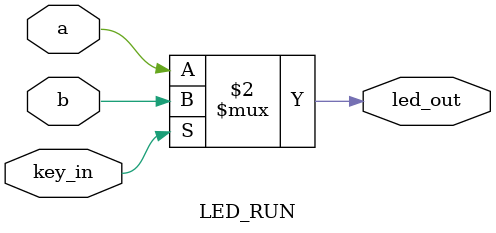
<source format=v>
module LED_RUN(a,b,key_in,led_out);
input a;
input b;
input key_in;
output led_out;
assign led_out = (key_in == 0)? a:b;
endmodule

</source>
